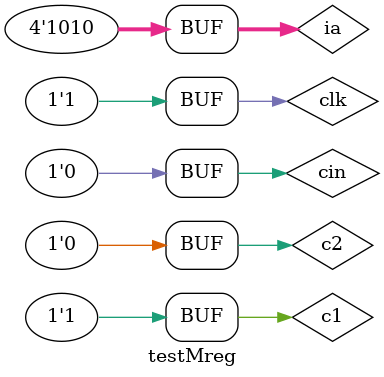
<source format=v>
module testMreg(); 
	reg clk, c1, c2, cin;
	reg [3:0] ia;
	wire [3:0] q;


	qreg dut(.clk(clk), .c1(c1), .c2(c2), .cin(cin), .ia(ia), .q(q));


	initial 
	begin
		//Test Load
		cin = 0; //for shift later
		ia = 4'b0000;
		c1 = 0;
		c2 = 1;
		#10;
		//Test Hold
		ia = 4'b1010;
		c1 = 0;
		c2 = 0;
		#10;
		//Test Load
		c1 = 0;
		c2 = 1;
		#10
		//Test Shift
		c1 = 1;
		c2 = 0;
		#10;
	end
	
	always 
	begin
		clk = 0;
		#5;
		clk = 1;
		#5;
	end
endmodule


</source>
